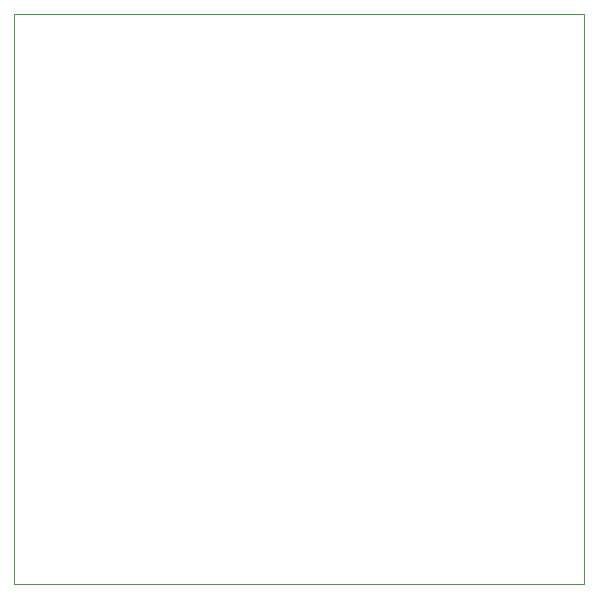
<source format=gbo>
G75*
%MOIN*%
%OFA0B0*%
%FSLAX24Y24*%
%IPPOS*%
%LPD*%
%AMOC8*
5,1,8,0,0,1.08239X$1,22.5*
%
%ADD10C,0.0000*%
D10*
X001150Y001150D02*
X001150Y020150D01*
X020150Y020150D01*
X020150Y001150D01*
X001150Y001150D01*
M02*

</source>
